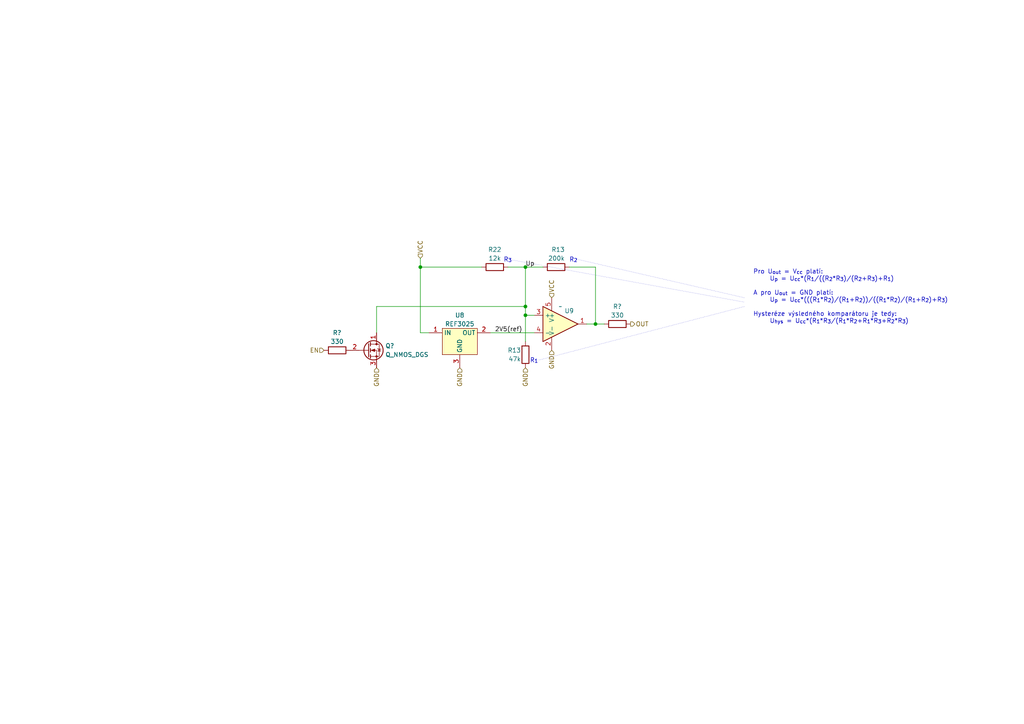
<source format=kicad_sch>
(kicad_sch (version 20230121) (generator eeschema)
  (paper "A4")
  (lib_symbols
    (symbol "Device:Q_NMOS_DGS" (pin_names (offset 0) hide)
      (property "Reference" "Q" (at 5.08 1.27 0))
      (property "Value" "Q_NMOS_DGS" (at 5.08 -1.27 0))
      (symbol "Q_NMOS_DGS_0_1"
        (polyline (pts (xy 0.254 0) (xy -2.54 0)))
        (polyline (pts (xy 0.254 1.905) (xy 0.254 -1.905)) (stroke (width 0.254)))
        (polyline (pts (xy 0.762 -1.27) (xy 0.762 -2.286)) (stroke (width 0.254)))
        (polyline (pts (xy 0.762 0.508) (xy 0.762 -0.508)) (stroke (width 0.254)))
        (polyline (pts (xy 0.762 2.286) (xy 0.762 1.27)) (stroke (width 0.254)))
        (polyline (pts (xy 2.54 2.54) (xy 2.54 1.778)))
        (polyline (pts (xy 2.54 -2.54) (xy 2.54 0) (xy 0.762 0)))
        (polyline (pts (xy 0.762 -1.778) (xy 3.302 -1.778) (xy 3.302 1.778) (xy 0.762 1.778)))
        (polyline (pts (xy 1.016 0) (xy 2.032 0.381) (xy 2.032 -0.381) (xy 1.016 0)) (fill (type outline)))
        (polyline (pts (xy 2.794 0.508) (xy 2.921 0.381) (xy 3.683 0.381) (xy 3.81 0.254)))
        (polyline (pts (xy 3.302 0.381) (xy 2.921 -0.254) (xy 3.683 -0.254) (xy 3.302 0.381)))
        (circle (center 1.651 0) (radius 2.794) (stroke (width 0.254)))
        (circle (center 2.54 -1.778) (radius 0.254) (fill (type outline)))
        (circle (center 2.54 1.778) (radius 0.254) (fill (type outline)))
      )
      (symbol "Q_NMOS_DGS_1_1"
        (pin passive line (at 2.54 5.08 270) (length 2.54) (name "D") (number "1"))
        (pin input line (at -5.08 0 0) (length 2.54) (name "G") (number "2"))
        (pin passive line (at 2.54 -5.08 90) (length 2.54) (name "S") (number "3"))
      )
    )
    (symbol "Device:R" (pin_numbers hide) (pin_names (offset 0))
      (property "Reference" "R" (at 2.032 0 90))
      (property "Value" "R" (at 0 0 90))
      (symbol "R_0_1"
        (rectangle (start -1.016 -2.54) (end 1.016 2.54) (stroke (width 0.254)))
      )
      (symbol "R_1_1"
        (pin passive line (at 0 3.81 270) (length 1.27) (name "~") (number "1"))
        (pin passive line (at 0 -3.81 90) (length 1.27) (name "~") (number "2"))
      )
    )
    (symbol "Robotarna_KiCad_Library:REF3025"
      (property "Reference" "U" (at 0 2.54 0))
      (symbol "REF3025_1_1"
        (rectangle (start -5.08 1.27) (end 5.08 -6.35) (fill (type background)))
        (pin power_in line (at -8.89 0 0) (length 3.81) (name "IN") (number "1"))
        (pin output line (at 8.89 0 180) (length 3.81) (name "OUT") (number "2"))
        (pin input line (at 0 -10.16 90) (length 3.81) (name "GND") (number "3"))
      )
    )
    (symbol "Robotarna_KiCad_Library:TLV3491"
      (property "Reference" "U" (at 2.54 5.08 0))
      (symbol "TLV3491_0_1"
        (polyline (pts (xy -2.54 5.08) (xy 7.62 0) (xy -2.54 -5.08) (xy -2.54 5.08)) (stroke (width 0.254)) (fill (type background)))
      )
      (symbol "TLV3491_1_1"
        (pin output line (at 10.16 0 180) (length 2.54) (name "~") (number "1"))
        (pin power_in line (at 0 -7.62 90) (length 3.81) (name "V-") (number "2"))
        (pin input line (at -5.08 2.54 0) (length 2.54) (name "+") (number "3"))
        (pin input line (at -5.08 -2.54 0) (length 2.54) (name "-") (number "4"))
        (pin power_in line (at 0 7.62 270) (length 3.81) (name "V+") (number "5"))
      )
    )
  )
  (junction (at 121.92 77.47))
  (junction (at 172.72 93.98))
  (junction (at 152.4 77.47))
  (junction (at 152.4 91.44))
  (junction (at 152.4 88.9))
  (wire (pts (xy 152.4 77.47) (xy 152.4 88.9)))
  (polyline (pts (xy 148.717 75.438) (xy 215.9 87.63)) (stroke (width 0.1) (type dot)))
  (wire (pts (xy 152.4 91.44) (xy 152.4 99.06)))
  (wire (pts (xy 154.94 91.44) (xy 152.4 91.44)))
  (wire (pts (xy 172.72 93.98) (xy 170.18 93.98)))
  (wire (pts (xy 109.22 96.52) (xy 109.22 88.9)))
  (wire (pts (xy 165.1 77.47) (xy 172.72 77.47)))
  (wire (pts (xy 152.4 77.47) (xy 157.48 77.47)))
  (wire (pts (xy 142.24 96.52) (xy 154.94 96.52)))
  (wire (pts (xy 152.4 88.9) (xy 152.4 91.44)))
  (polyline (pts (xy 156.464 104.394) (xy 215.9 88.9)) (stroke (width 0.1) (type dot)))
  (wire (pts (xy 121.92 77.47) (xy 139.7 77.47)))
  (wire (pts (xy 121.92 74.93) (xy 121.92 77.47)))
  (wire (pts (xy 172.72 93.98) (xy 175.26 93.98)))
  (wire (pts (xy 121.92 77.47) (xy 121.92 96.52)))
  (wire (pts (xy 109.22 88.9) (xy 152.4 88.9)))
  (polyline (pts (xy 167.894 75.311) (xy 215.9 86.36)) (stroke (width 0.1) (type dot)))
  (wire (pts (xy 121.92 96.52) (xy 124.46 96.52)))
  (wire (pts (xy 152.4 77.47) (xy 147.32 77.47)))
  (wire (pts (xy 172.72 77.47) (xy 172.72 93.98)))
  (text "R_{1}" (at 153.67 105.41 0) (effects (font (size 1.27 1.27)) (justify left bottom)))
  (text "R_{3}" (at 146.05 76.2 0) (effects (font (size 1.27 1.27)) (justify left bottom)))
  (text "R_{2}" (at 165.1 76.2 0) (effects (font (size 1.27 1.27)) (justify left bottom)))
  (text "Pro U_{out} = V_{cc} platí:\n	U_{p} = U_{cc}*(R_{1}/((R_{2}*R_{3})/(R_{2}+R_{3})+R_{1})\n\nA pro U_{out} = GND platí:\n	U_{p} = U_{cc}*(((R_{1}*R_{2})/(R_{1}+R_{2}))/((R_{1}*R_{2})/(R_{1}+R_{2})+R_{3})\n\nHysteréze výsledného komparátoru je tedy:\n	U_{hys} = U_{cc}*(R_{1}*R_{3}/(R_{1}*R_{2}+R_{1}*R_{3}+R_{2}*R_{3})" (at 218.44 93.98 0) (effects (font (size 1.27 1.27)) (justify left bottom)))
  (label "2V5(ref)" (at 143.51 96.52 0))
  (label "Up" (at 152.4 77.47 0))
  (hierarchical_label "GND" (shape input) (at 152.4 106.68 270))
  (hierarchical_label "GND" (shape input) (at 109.22 106.68 270))
  (hierarchical_label "EN" (shape input) (at 93.98 101.6 180))
  (hierarchical_label "VCC" (shape input) (at 121.92 74.93 90))
  (hierarchical_label "VCC" (shape input) (at 160.02 86.36 90))
  (hierarchical_label "OUT" (shape output) (at 182.88 93.98 0))
  (hierarchical_label "GND" (shape input) (at 133.35 106.68 270))
  (hierarchical_label "GND" (shape input) (at 160.02 101.6 270))
  (symbol (lib_id "Device:R") (at 152.4 102.87 180) (unit 1)
    (property "Reference" "R13" (at 151.13 101.6 0) (effects (justify left)))
    (property "Value" "47k" (at 151.13 104.14 0) (effects (justify left)))
    (property "Footprint" "Resistor_SMD:R_0402_1005Metric" (effects hide))
    (property "Basic/Extended" "B" (effects hide))
    (property "Sim.Enable" "0" (effects hide))
    (instances (project "ZakladniElektronika" (path "" (reference "R13") (unit 1)) (path "" (reference "R25") (unit 1)) (path "" (reference "R55") (unit 1))) (project "RB3203" (path "" (reference "R?") (unit 1))))
  )
  (symbol (lib_id "Robotarna_KiCad_Library:TLV3491") (at 160.02 93.98 0) (unit 1)
    (property "Reference" "U3" (at 165.1 90.17 0))
    (property "Value" "~" (at 162.56 88.9 0))
    (instances (project "ZakladniElektronika" (path "" (reference "U9") (unit 1))))
  )
  (symbol (lib_id "Device:R") (at 161.29 77.47 90) (unit 1)
    (property "Reference" "R13" (at 163.83 72.39 90) (effects (justify left)))
    (property "Value" "200k" (at 163.83 74.93 90) (effects (justify left)))
    (property "Footprint" "Resistor_SMD:R_0402_1005Metric" (effects hide))
    (property "LCSC" "C25764" (effects hide))
    (property "Basic/Extended" "B" (effects hide))
    (instances (project "ZakladniElektronika" (path "" (reference "R13") (unit 1)) (path "" (reference "R25") (unit 1)) (path "" (reference "R56") (unit 1))) (project "RB3203" (path "" (reference "R?") (unit 1))))
  )
  (symbol (lib_id "Device:R") (at 143.51 77.47 90) (unit 1)
    (property "Reference" "R22" (at 143.51 72.39 90))
    (property "Value" "12k" (at 143.51 74.93 90))
    (property "Footprint" "Resistor_SMD:R_0402_1005Metric" (effects hide))
    (instances (project "ZakladniElektronika" (path "" (reference "R22") (unit 1)) (path "" (reference "R54") (unit 1))))
  )
  (symbol (lib_id "Device:R") (at 179.07 93.98 90) (unit 1)
    (property "Reference" "R?" (at 179.07 88.9 90))
    (property "Value" "330" (at 179.07 91.44 90))
    (property "Footprint" "Capacitor_SMD:C_0201_0603Metric" (effects hide))
    (property "LCSC" "C473445" (effects hide))
    (property "Basic/Extended" "E" (effects hide))
    (instances (project "PowerManager" (path "" (reference "R?") (unit 1))) (project "ZakladniElektronika" (path "" (reference "R38") (unit 1)) (path "" (reference "R57") (unit 1))))
  )
  (symbol (lib_id "Robotarna_KiCad_Library:REF3025") (at 133.35 96.52 0) (unit 1)
    (property "Reference" "U6" (at 133.35 91.44 0))
    (property "Value" "REF3025" (at 133.35 93.98 0))
    (instances (project "ZakladniElektronika" (path "" (reference "U8") (unit 1))))
  )
  (symbol (lib_id "Device:R") (at 97.79 101.6 90) (unit 1)
    (property "Reference" "R?" (at 97.79 96.52 90))
    (property "Value" "330" (at 97.79 99.06 90))
    (property "Footprint" "Capacitor_SMD:C_0201_0603Metric" (effects hide))
    (property "LCSC" "C473445" (effects hide))
    (property "Basic/Extended" "E" (effects hide))
    (instances (project "PowerManager" (path "" (reference "R?") (unit 1))) (project "ZakladniElektronika" (path "" (reference "R38") (unit 1)) (path "" (reference "R53") (unit 1))))
  )
  (symbol (lib_id "Device:Q_NMOS_DGS") (at 106.68 101.6 0) (unit 1)
    (property "Reference" "Q?" (at 111.76 100.33 0) (effects (justify left)))
    (property "Value" "Q_NMOS_DGS" (at 111.76 102.87 0) (effects (justify left)))
    (property "Footprint" "Package_TO_SOT_SMD:SOT-723" (effects hide))
    (property "Datasheet" "https://datasheet.lcsc.com/lcsc/2004141706_Jiangsu-Changjing-Electronics-Technology-Co---Ltd--2SK3541_C504051.pdf" (effects hide))
    (property "LCSC" "C2941617" (effects hide))
    (property "Basic/Extended" "E" (effects hide))
    (instances (project "PowerManager" (path "" (reference "Q?") (unit 1))) (project "ZakladniElektronika" (path "" (reference "Q15") (unit 1)) (path "" (reference "Q12") (unit 1))))
  )
)
</source>
